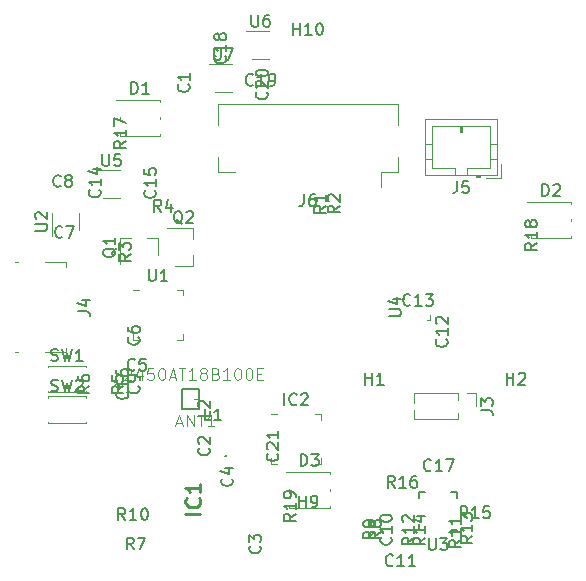
<source format=gbr>
G04 #@! TF.GenerationSoftware,KiCad,Pcbnew,5.1.5-52549c5~84~ubuntu18.04.1*
G04 #@! TF.CreationDate,2019-12-08T01:29:41-05:00*
G04 #@! TF.ProjectId,SwarmBot,53776172-6d42-46f7-942e-6b696361645f,rev?*
G04 #@! TF.SameCoordinates,Original*
G04 #@! TF.FileFunction,Legend,Top*
G04 #@! TF.FilePolarity,Positive*
%FSLAX46Y46*%
G04 Gerber Fmt 4.6, Leading zero omitted, Abs format (unit mm)*
G04 Created by KiCad (PCBNEW 5.1.5-52549c5~84~ubuntu18.04.1) date 2019-12-08 01:29:41*
%MOMM*%
%LPD*%
G04 APERTURE LIST*
%ADD10C,0.120000*%
%ADD11C,0.254000*%
%ADD12C,0.100000*%
%ADD13C,0.127000*%
%ADD14C,0.150000*%
%ADD15C,0.050000*%
G04 APERTURE END LIST*
D10*
X-7862800Y18245600D02*
X-6462800Y18245600D01*
X-6462800Y20565600D02*
X-8362800Y20565600D01*
X-4713200Y21039600D02*
X-3313200Y21039600D01*
X-3313200Y23359600D02*
X-5213200Y23359600D01*
X6160000Y11400000D02*
X6160000Y10200000D01*
X-7650000Y17200000D02*
X-7650000Y15460000D01*
X7650000Y17200000D02*
X-7650000Y17200000D01*
X7650000Y15460000D02*
X7650000Y17200000D01*
X-7650000Y11400000D02*
X-7650000Y12740000D01*
X-6160000Y11400000D02*
X-7650000Y11400000D01*
X7650000Y11400000D02*
X7650000Y12740000D01*
X6160000Y11400000D02*
X7650000Y11400000D01*
X-2651000Y-9066000D02*
X-3126000Y-9066000D01*
X1094000Y-13286000D02*
X1094000Y-12811000D01*
X619000Y-13286000D02*
X1094000Y-13286000D01*
X-3126000Y-13286000D02*
X-3126000Y-12811000D01*
X-2651000Y-13286000D02*
X-3126000Y-13286000D01*
X1094000Y-9066000D02*
X1094000Y-9541000D01*
X619000Y-9066000D02*
X1094000Y-9066000D01*
X1837000Y-14139000D02*
X1837000Y-13984000D01*
X1837000Y-15399000D02*
X1837000Y-15589000D01*
X-1583000Y-16849000D02*
X-1583000Y-17004000D01*
X-1583000Y-15399000D02*
X-1583000Y-15589000D01*
X1837000Y-16849000D02*
X1837000Y-17004000D01*
X-1583000Y-17004000D02*
X1837000Y-17004000D01*
X-1873000Y-13984000D02*
X1837000Y-13984000D01*
X22284000Y8721000D02*
X22284000Y8876000D01*
X22284000Y7461000D02*
X22284000Y7271000D01*
X18864000Y6011000D02*
X18864000Y5856000D01*
X18864000Y7461000D02*
X18864000Y7271000D01*
X22284000Y6011000D02*
X22284000Y5856000D01*
X18864000Y5856000D02*
X22284000Y5856000D01*
X18574000Y8876000D02*
X22284000Y8876000D01*
X-12514000Y17357000D02*
X-12514000Y17512000D01*
X-12514000Y16097000D02*
X-12514000Y15907000D01*
X-15934000Y14647000D02*
X-15934000Y14492000D01*
X-15934000Y16097000D02*
X-15934000Y15907000D01*
X-12514000Y14647000D02*
X-12514000Y14492000D01*
X-15934000Y14492000D02*
X-12514000Y14492000D01*
X-16224000Y17512000D02*
X-12514000Y17512000D01*
X10325000Y-1110000D02*
X10100000Y-1110000D01*
X10325000Y-710000D02*
X10325000Y-1110000D01*
X10325000Y1110000D02*
X10100000Y1110000D01*
X10325000Y710000D02*
X10325000Y1110000D01*
X8105000Y1110000D02*
X8330000Y1110000D01*
X8105000Y710000D02*
X8105000Y1110000D01*
D11*
X-6942280Y-12607900D02*
G75*
G03X-6942280Y-12607900I-37120J0D01*
G01*
D12*
G36*
X-9278620Y-7894320D02*
G01*
X-9659620Y-7894320D01*
X-9659620Y-7767320D01*
X-9278620Y-7767320D01*
X-9278620Y-7894320D01*
G37*
D13*
X-10663620Y-8627320D02*
X-9183620Y-8627320D01*
X-10663620Y-6927320D02*
X-10663620Y-8627320D01*
X-9183620Y-6927320D02*
X-10663620Y-6927320D01*
X-9183620Y-8627320D02*
X-9183620Y-6927320D01*
D10*
X-17337000Y9254000D02*
X-15937000Y9254000D01*
X-15937000Y11574000D02*
X-17837000Y11574000D01*
D14*
X9381000Y-18887600D02*
X9881000Y-18887600D01*
X9381000Y-15637600D02*
X9881000Y-15637600D01*
X12631000Y-15637600D02*
X12131000Y-15637600D01*
X12631000Y-18887600D02*
X12131000Y-18887600D01*
X9381000Y-15637600D02*
X9381000Y-16137600D01*
X12631000Y-15637600D02*
X12631000Y-16137600D01*
X9381000Y-18887600D02*
X9381000Y-18387600D01*
D10*
X-19365500Y6541500D02*
X-19365500Y7941500D01*
X-21685500Y7941500D02*
X-21685500Y6041500D01*
X-14335000Y1475000D02*
X-14810000Y1475000D01*
X-10590000Y-2745000D02*
X-10590000Y-2270000D01*
X-11065000Y-2745000D02*
X-10590000Y-2745000D01*
X-14810000Y-2745000D02*
X-14810000Y-2270000D01*
X-14335000Y-2745000D02*
X-14810000Y-2745000D01*
X-10590000Y1475000D02*
X-10590000Y1000000D01*
X-11065000Y1475000D02*
X-10590000Y1475000D01*
X-22028300Y-9699180D02*
X-22028300Y-9799180D01*
X-18788300Y-9699180D02*
X-18788300Y-9799180D01*
X-22028300Y-9799180D02*
X-18788300Y-9799180D01*
X-22028300Y-7559180D02*
X-22028300Y-7659180D01*
X-18788300Y-7559180D02*
X-18788300Y-7659180D01*
X-22028300Y-7559180D02*
X-18788300Y-7559180D01*
X-22029500Y-7128700D02*
X-22029500Y-7228700D01*
X-18789500Y-7128700D02*
X-18789500Y-7228700D01*
X-22029500Y-7228700D02*
X-18789500Y-7228700D01*
X-22029500Y-4988700D02*
X-22029500Y-5088700D01*
X-18789500Y-4988700D02*
X-18789500Y-5088700D01*
X-22029500Y-4988700D02*
X-18789500Y-4988700D01*
X-9765000Y3500000D02*
X-11225000Y3500000D01*
X-9765000Y6660000D02*
X-11925000Y6660000D01*
X-9765000Y6660000D02*
X-9765000Y5730000D01*
X-9765000Y3500000D02*
X-9765000Y4430000D01*
X-12705000Y5840000D02*
X-12705000Y4380000D01*
X-15865000Y5840000D02*
X-15865000Y3680000D01*
X-15865000Y5840000D02*
X-14935000Y5840000D01*
X-12705000Y5840000D02*
X-13635000Y5840000D01*
X16330000Y10907500D02*
X16330000Y12157500D01*
X15080000Y10907500D02*
X16330000Y10907500D01*
X12970000Y15317500D02*
X12970000Y14817500D01*
X12870000Y14817500D02*
X12870000Y15317500D01*
X13070000Y14817500D02*
X12870000Y14817500D01*
X13070000Y15317500D02*
X13070000Y14817500D01*
X9910000Y13817500D02*
X10520000Y13817500D01*
X9910000Y12517500D02*
X10520000Y12517500D01*
X16030000Y13817500D02*
X15420000Y13817500D01*
X16030000Y12517500D02*
X15420000Y12517500D01*
X12470000Y11817500D02*
X12470000Y11207500D01*
X10520000Y11817500D02*
X12470000Y11817500D01*
X10520000Y15317500D02*
X10520000Y11817500D01*
X15420000Y15317500D02*
X10520000Y15317500D01*
X15420000Y11817500D02*
X15420000Y15317500D01*
X13470000Y11817500D02*
X15420000Y11817500D01*
X13470000Y11207500D02*
X13470000Y11817500D01*
X14270000Y11107500D02*
X14570000Y11107500D01*
X14570000Y11007500D02*
X14570000Y11207500D01*
X14270000Y11007500D02*
X14570000Y11007500D01*
X14270000Y11207500D02*
X14270000Y11007500D01*
X9910000Y11207500D02*
X16030000Y11207500D01*
X9910000Y15927500D02*
X9910000Y11207500D01*
X16030000Y15927500D02*
X9910000Y15927500D01*
X16030000Y11207500D02*
X16030000Y15927500D01*
X-24825000Y3810000D02*
X-24565000Y3810000D01*
X-22285000Y3810000D02*
X-20515000Y3810000D01*
X-20515000Y3810000D02*
X-20515000Y3430000D01*
X-20515000Y-3810000D02*
X-22285000Y-3810000D01*
X-24565000Y-3810000D02*
X-24825000Y-3810000D01*
X-20515000Y-3810000D02*
X-20515000Y-3430000D01*
X14260000Y-7290000D02*
X14260000Y-8400000D01*
X13500000Y-7290000D02*
X14260000Y-7290000D01*
X12740000Y-8963471D02*
X12740000Y-9510000D01*
X12740000Y-7290000D02*
X12740000Y-7836529D01*
X12740000Y-9510000D02*
X8995000Y-9510000D01*
X12740000Y-7290000D02*
X8995000Y-7290000D01*
X8995000Y-8707530D02*
X8995000Y-9510000D01*
X8995000Y-7290000D02*
X8995000Y-8092470D01*
D14*
X-7924704Y21953219D02*
X-7924704Y21143695D01*
X-7877085Y21048457D01*
X-7829466Y21000838D01*
X-7734228Y20953219D01*
X-7543752Y20953219D01*
X-7448514Y21000838D01*
X-7400895Y21048457D01*
X-7353276Y21143695D01*
X-7353276Y21953219D01*
X-6972323Y21953219D02*
X-6305657Y21953219D01*
X-6734228Y20953219D01*
X-4775104Y24747219D02*
X-4775104Y23937695D01*
X-4727485Y23842457D01*
X-4679866Y23794838D01*
X-4584628Y23747219D01*
X-4394152Y23747219D01*
X-4298914Y23794838D01*
X-4251295Y23842457D01*
X-4203676Y23937695D01*
X-4203676Y24747219D01*
X-3298914Y24747219D02*
X-3489390Y24747219D01*
X-3584628Y24699600D01*
X-3632247Y24651980D01*
X-3727485Y24509123D01*
X-3775104Y24318647D01*
X-3775104Y23937695D01*
X-3727485Y23842457D01*
X-3679866Y23794838D01*
X-3584628Y23747219D01*
X-3394152Y23747219D01*
X-3298914Y23794838D01*
X-3251295Y23842457D01*
X-3203676Y23937695D01*
X-3203676Y24175790D01*
X-3251295Y24271028D01*
X-3298914Y24318647D01*
X-3394152Y24366266D01*
X-3584628Y24366266D01*
X-3679866Y24318647D01*
X-3727485Y24271028D01*
X-3775104Y24175790D01*
X-1044619Y-17510857D02*
X-1520809Y-17844190D01*
X-1044619Y-18082285D02*
X-2044619Y-18082285D01*
X-2044619Y-17701333D01*
X-1997000Y-17606095D01*
X-1949380Y-17558476D01*
X-1854142Y-17510857D01*
X-1711285Y-17510857D01*
X-1616047Y-17558476D01*
X-1568428Y-17606095D01*
X-1520809Y-17701333D01*
X-1520809Y-18082285D01*
X-1044619Y-16558476D02*
X-1044619Y-17129904D01*
X-1044619Y-16844190D02*
X-2044619Y-16844190D01*
X-1901761Y-16939428D01*
X-1806523Y-17034666D01*
X-1758904Y-17129904D01*
X-1044619Y-16082285D02*
X-1044619Y-15891809D01*
X-1092238Y-15796571D01*
X-1139857Y-15748952D01*
X-1282714Y-15653714D01*
X-1473190Y-15606095D01*
X-1854142Y-15606095D01*
X-1949380Y-15653714D01*
X-1997000Y-15701333D01*
X-2044619Y-15796571D01*
X-2044619Y-15987047D01*
X-1997000Y-16082285D01*
X-1949380Y-16129904D01*
X-1854142Y-16177523D01*
X-1616047Y-16177523D01*
X-1520809Y-16129904D01*
X-1473190Y-16082285D01*
X-1425571Y-15987047D01*
X-1425571Y-15796571D01*
X-1473190Y-15701333D01*
X-1520809Y-15653714D01*
X-1616047Y-15606095D01*
X19402380Y5430142D02*
X18926190Y5096809D01*
X19402380Y4858714D02*
X18402380Y4858714D01*
X18402380Y5239666D01*
X18450000Y5334904D01*
X18497619Y5382523D01*
X18592857Y5430142D01*
X18735714Y5430142D01*
X18830952Y5382523D01*
X18878571Y5334904D01*
X18926190Y5239666D01*
X18926190Y4858714D01*
X19402380Y6382523D02*
X19402380Y5811095D01*
X19402380Y6096809D02*
X18402380Y6096809D01*
X18545238Y6001571D01*
X18640476Y5906333D01*
X18688095Y5811095D01*
X18830952Y6953952D02*
X18783333Y6858714D01*
X18735714Y6811095D01*
X18640476Y6763476D01*
X18592857Y6763476D01*
X18497619Y6811095D01*
X18450000Y6858714D01*
X18402380Y6953952D01*
X18402380Y7144428D01*
X18450000Y7239666D01*
X18497619Y7287285D01*
X18592857Y7334904D01*
X18640476Y7334904D01*
X18735714Y7287285D01*
X18783333Y7239666D01*
X18830952Y7144428D01*
X18830952Y6953952D01*
X18878571Y6858714D01*
X18926190Y6811095D01*
X19021428Y6763476D01*
X19211904Y6763476D01*
X19307142Y6811095D01*
X19354761Y6858714D01*
X19402380Y6953952D01*
X19402380Y7144428D01*
X19354761Y7239666D01*
X19307142Y7287285D01*
X19211904Y7334904D01*
X19021428Y7334904D01*
X18926190Y7287285D01*
X18878571Y7239666D01*
X18830952Y7144428D01*
X-15395619Y14066142D02*
X-15871809Y13732809D01*
X-15395619Y13494714D02*
X-16395619Y13494714D01*
X-16395619Y13875666D01*
X-16348000Y13970904D01*
X-16300380Y14018523D01*
X-16205142Y14066142D01*
X-16062285Y14066142D01*
X-15967047Y14018523D01*
X-15919428Y13970904D01*
X-15871809Y13875666D01*
X-15871809Y13494714D01*
X-15395619Y15018523D02*
X-15395619Y14447095D01*
X-15395619Y14732809D02*
X-16395619Y14732809D01*
X-16252761Y14637571D01*
X-16157523Y14542333D01*
X-16109904Y14447095D01*
X-16395619Y15351857D02*
X-16395619Y16018523D01*
X-15395619Y15589952D01*
X2685980Y8593933D02*
X2209790Y8260600D01*
X2685980Y8022504D02*
X1685980Y8022504D01*
X1685980Y8403457D01*
X1733600Y8498695D01*
X1781219Y8546314D01*
X1876457Y8593933D01*
X2019314Y8593933D01*
X2114552Y8546314D01*
X2162171Y8498695D01*
X2209790Y8403457D01*
X2209790Y8022504D01*
X1781219Y8974885D02*
X1733600Y9022504D01*
X1685980Y9117742D01*
X1685980Y9355838D01*
X1733600Y9451076D01*
X1781219Y9498695D01*
X1876457Y9546314D01*
X1971695Y9546314D01*
X2114552Y9498695D01*
X2685980Y8927266D01*
X2685980Y9546314D01*
X1517580Y8570933D02*
X1041390Y8237600D01*
X1517580Y7999504D02*
X517580Y7999504D01*
X517580Y8380457D01*
X565200Y8475695D01*
X612819Y8523314D01*
X708057Y8570933D01*
X850914Y8570933D01*
X946152Y8523314D01*
X993771Y8475695D01*
X1041390Y8380457D01*
X1041390Y7999504D01*
X1517580Y9523314D02*
X1517580Y8951885D01*
X1517580Y9237600D02*
X517580Y9237600D01*
X660438Y9142361D01*
X755676Y9047123D01*
X803295Y8951885D01*
X-333333Y9547619D02*
X-333333Y8833333D01*
X-380952Y8690476D01*
X-476190Y8595238D01*
X-619047Y8547619D01*
X-714285Y8547619D01*
X571428Y9547619D02*
X380952Y9547619D01*
X285714Y9500000D01*
X238095Y9452380D01*
X142857Y9309523D01*
X95238Y9119047D01*
X95238Y8738095D01*
X142857Y8642857D01*
X190476Y8595238D01*
X285714Y8547619D01*
X476190Y8547619D01*
X571428Y8595238D01*
X619047Y8642857D01*
X666666Y8738095D01*
X666666Y8976190D01*
X619047Y9071428D01*
X571428Y9119047D01*
X476190Y9166666D01*
X285714Y9166666D01*
X190476Y9119047D01*
X142857Y9071428D01*
X95238Y8976190D01*
X-1992190Y-8308380D02*
X-1992190Y-7308380D01*
X-944571Y-8213142D02*
X-992190Y-8260761D01*
X-1135047Y-8308380D01*
X-1230285Y-8308380D01*
X-1373142Y-8260761D01*
X-1468380Y-8165523D01*
X-1516000Y-8070285D01*
X-1563619Y-7879809D01*
X-1563619Y-7736952D01*
X-1516000Y-7546476D01*
X-1468380Y-7451238D01*
X-1373142Y-7356000D01*
X-1230285Y-7308380D01*
X-1135047Y-7308380D01*
X-992190Y-7356000D01*
X-944571Y-7403619D01*
X-563619Y-7403619D02*
X-516000Y-7356000D01*
X-420761Y-7308380D01*
X-182666Y-7308380D01*
X-87428Y-7356000D01*
X-39809Y-7403619D01*
X7809Y-7498857D01*
X7809Y-7594095D01*
X-39809Y-7736952D01*
X-611238Y-8308380D01*
X7809Y-8308380D01*
X-611095Y-13446380D02*
X-611095Y-12446380D01*
X-373000Y-12446380D01*
X-230142Y-12494000D01*
X-134904Y-12589238D01*
X-87285Y-12684476D01*
X-39666Y-12874952D01*
X-39666Y-13017809D01*
X-87285Y-13208285D01*
X-134904Y-13303523D01*
X-230142Y-13398761D01*
X-373000Y-13446380D01*
X-611095Y-13446380D01*
X293666Y-12446380D02*
X912714Y-12446380D01*
X579380Y-12827333D01*
X722238Y-12827333D01*
X817476Y-12874952D01*
X865095Y-12922571D01*
X912714Y-13017809D01*
X912714Y-13255904D01*
X865095Y-13351142D01*
X817476Y-13398761D01*
X722238Y-13446380D01*
X436523Y-13446380D01*
X341285Y-13398761D01*
X293666Y-13351142D01*
X19835904Y9413619D02*
X19835904Y10413619D01*
X20074000Y10413619D01*
X20216857Y10366000D01*
X20312095Y10270761D01*
X20359714Y10175523D01*
X20407333Y9985047D01*
X20407333Y9842190D01*
X20359714Y9651714D01*
X20312095Y9556476D01*
X20216857Y9461238D01*
X20074000Y9413619D01*
X19835904Y9413619D01*
X20788285Y10318380D02*
X20835904Y10366000D01*
X20931142Y10413619D01*
X21169238Y10413619D01*
X21264476Y10366000D01*
X21312095Y10318380D01*
X21359714Y10223142D01*
X21359714Y10127904D01*
X21312095Y9985047D01*
X20740666Y9413619D01*
X21359714Y9413619D01*
X-14962095Y18049619D02*
X-14962095Y19049619D01*
X-14724000Y19049619D01*
X-14581142Y19002000D01*
X-14485904Y18906761D01*
X-14438285Y18811523D01*
X-14390666Y18621047D01*
X-14390666Y18478190D01*
X-14438285Y18287714D01*
X-14485904Y18192476D01*
X-14581142Y18097238D01*
X-14724000Y18049619D01*
X-14962095Y18049619D01*
X-13438285Y18049619D02*
X-14009714Y18049619D01*
X-13724000Y18049619D02*
X-13724000Y19049619D01*
X-13819238Y18906761D01*
X-13914476Y18811523D01*
X-14009714Y18763904D01*
X-2587657Y-12405457D02*
X-2540038Y-12453076D01*
X-2492419Y-12595933D01*
X-2492419Y-12691171D01*
X-2540038Y-12834028D01*
X-2635276Y-12929266D01*
X-2730514Y-12976885D01*
X-2920990Y-13024504D01*
X-3063847Y-13024504D01*
X-3254323Y-12976885D01*
X-3349561Y-12929266D01*
X-3444800Y-12834028D01*
X-3492419Y-12691171D01*
X-3492419Y-12595933D01*
X-3444800Y-12453076D01*
X-3397180Y-12405457D01*
X-3397180Y-12024504D02*
X-3444800Y-11976885D01*
X-3492419Y-11881647D01*
X-3492419Y-11643552D01*
X-3444800Y-11548314D01*
X-3397180Y-11500695D01*
X-3301942Y-11453076D01*
X-3206704Y-11453076D01*
X-3063847Y-11500695D01*
X-2492419Y-12072123D01*
X-2492419Y-11453076D01*
X-2492419Y-10500695D02*
X-2492419Y-11072123D01*
X-2492419Y-10786409D02*
X-3492419Y-10786409D01*
X-3349561Y-10881647D01*
X-3254323Y-10976885D01*
X-3206704Y-11072123D01*
X-3502057Y18203942D02*
X-3454438Y18156323D01*
X-3406819Y18013466D01*
X-3406819Y17918228D01*
X-3454438Y17775371D01*
X-3549676Y17680133D01*
X-3644914Y17632514D01*
X-3835390Y17584895D01*
X-3978247Y17584895D01*
X-4168723Y17632514D01*
X-4263961Y17680133D01*
X-4359200Y17775371D01*
X-4406819Y17918228D01*
X-4406819Y18013466D01*
X-4359200Y18156323D01*
X-4311580Y18203942D01*
X-4311580Y18584895D02*
X-4359200Y18632514D01*
X-4406819Y18727752D01*
X-4406819Y18965847D01*
X-4359200Y19061085D01*
X-4311580Y19108704D01*
X-4216342Y19156323D01*
X-4121104Y19156323D01*
X-3978247Y19108704D01*
X-3406819Y18537276D01*
X-3406819Y19156323D01*
X-4406819Y19775371D02*
X-4406819Y19870609D01*
X-4359200Y19965847D01*
X-4311580Y20013466D01*
X-4216342Y20061085D01*
X-4025866Y20108704D01*
X-3787771Y20108704D01*
X-3597295Y20061085D01*
X-3502057Y20013466D01*
X-3454438Y19965847D01*
X-3406819Y19870609D01*
X-3406819Y19775371D01*
X-3454438Y19680133D01*
X-3502057Y19632514D01*
X-3597295Y19584895D01*
X-3787771Y19537276D01*
X-4025866Y19537276D01*
X-4216342Y19584895D01*
X-4311580Y19632514D01*
X-4359200Y19680133D01*
X-4406819Y19775371D01*
X-4656057Y18843657D02*
X-4703676Y18796038D01*
X-4846533Y18748419D01*
X-4941771Y18748419D01*
X-5084628Y18796038D01*
X-5179866Y18891276D01*
X-5227485Y18986514D01*
X-5275104Y19176990D01*
X-5275104Y19319847D01*
X-5227485Y19510323D01*
X-5179866Y19605561D01*
X-5084628Y19700800D01*
X-4941771Y19748419D01*
X-4846533Y19748419D01*
X-4703676Y19700800D01*
X-4656057Y19653180D01*
X-3703676Y18748419D02*
X-4275104Y18748419D01*
X-3989390Y18748419D02*
X-3989390Y19748419D01*
X-4084628Y19605561D01*
X-4179866Y19510323D01*
X-4275104Y19462704D01*
X-3227485Y18748419D02*
X-3037009Y18748419D01*
X-2941771Y18796038D01*
X-2894152Y18843657D01*
X-2798914Y18986514D01*
X-2751295Y19176990D01*
X-2751295Y19557942D01*
X-2798914Y19653180D01*
X-2846533Y19700800D01*
X-2941771Y19748419D01*
X-3132247Y19748419D01*
X-3227485Y19700800D01*
X-3275104Y19653180D01*
X-3322723Y19557942D01*
X-3322723Y19319847D01*
X-3275104Y19224609D01*
X-3227485Y19176990D01*
X-3132247Y19129371D01*
X-2941771Y19129371D01*
X-2846533Y19176990D01*
X-2798914Y19224609D01*
X-2751295Y19319847D01*
X-7010457Y21274942D02*
X-6962838Y21227323D01*
X-6915219Y21084466D01*
X-6915219Y20989228D01*
X-6962838Y20846371D01*
X-7058076Y20751133D01*
X-7153314Y20703514D01*
X-7343790Y20655895D01*
X-7486647Y20655895D01*
X-7677123Y20703514D01*
X-7772361Y20751133D01*
X-7867600Y20846371D01*
X-7915219Y20989228D01*
X-7915219Y21084466D01*
X-7867600Y21227323D01*
X-7819980Y21274942D01*
X-6915219Y22227323D02*
X-6915219Y21655895D01*
X-6915219Y21941609D02*
X-7915219Y21941609D01*
X-7772361Y21846371D01*
X-7677123Y21751133D01*
X-7629504Y21655895D01*
X-7486647Y22798752D02*
X-7534266Y22703514D01*
X-7581885Y22655895D01*
X-7677123Y22608276D01*
X-7724742Y22608276D01*
X-7819980Y22655895D01*
X-7867600Y22703514D01*
X-7915219Y22798752D01*
X-7915219Y22989228D01*
X-7867600Y23084466D01*
X-7819980Y23132085D01*
X-7724742Y23179704D01*
X-7677123Y23179704D01*
X-7581885Y23132085D01*
X-7534266Y23084466D01*
X-7486647Y22989228D01*
X-7486647Y22798752D01*
X-7439028Y22703514D01*
X-7391409Y22655895D01*
X-7296171Y22608276D01*
X-7105695Y22608276D01*
X-7010457Y22655895D01*
X-6962838Y22703514D01*
X-6915219Y22798752D01*
X-6915219Y22989228D01*
X-6962838Y23084466D01*
X-7010457Y23132085D01*
X-7105695Y23179704D01*
X-7296171Y23179704D01*
X-7391409Y23132085D01*
X-7439028Y23084466D01*
X-7486647Y22989228D01*
X-10109257Y18855533D02*
X-10061638Y18807914D01*
X-10014019Y18665057D01*
X-10014019Y18569819D01*
X-10061638Y18426961D01*
X-10156876Y18331723D01*
X-10252114Y18284104D01*
X-10442590Y18236485D01*
X-10585447Y18236485D01*
X-10775923Y18284104D01*
X-10871161Y18331723D01*
X-10966400Y18426961D01*
X-11014019Y18569819D01*
X-11014019Y18665057D01*
X-10966400Y18807914D01*
X-10918780Y18855533D01*
X-10014019Y19807914D02*
X-10014019Y19236485D01*
X-10014019Y19522200D02*
X-11014019Y19522200D01*
X-10871161Y19426961D01*
X-10775923Y19331723D01*
X-10728304Y19236485D01*
X6867380Y-761904D02*
X7676904Y-761904D01*
X7772142Y-714285D01*
X7819761Y-666666D01*
X7867380Y-571428D01*
X7867380Y-380952D01*
X7819761Y-285714D01*
X7772142Y-238095D01*
X7676904Y-190476D01*
X6867380Y-190476D01*
X7200714Y714285D02*
X7867380Y714285D01*
X6819761Y476190D02*
X7534047Y238095D01*
X7534047Y857142D01*
X7355742Y-15284380D02*
X7022409Y-14808190D01*
X6784314Y-15284380D02*
X6784314Y-14284380D01*
X7165266Y-14284380D01*
X7260504Y-14332000D01*
X7308123Y-14379619D01*
X7355742Y-14474857D01*
X7355742Y-14617714D01*
X7308123Y-14712952D01*
X7260504Y-14760571D01*
X7165266Y-14808190D01*
X6784314Y-14808190D01*
X8308123Y-15284380D02*
X7736695Y-15284380D01*
X8022409Y-15284380D02*
X8022409Y-14284380D01*
X7927171Y-14427238D01*
X7831933Y-14522476D01*
X7736695Y-14570095D01*
X9165266Y-14284380D02*
X8974790Y-14284380D01*
X8879552Y-14332000D01*
X8831933Y-14379619D01*
X8736695Y-14522476D01*
X8689076Y-14712952D01*
X8689076Y-15093904D01*
X8736695Y-15189142D01*
X8784314Y-15236761D01*
X8879552Y-15284380D01*
X9070028Y-15284380D01*
X9165266Y-15236761D01*
X9212885Y-15189142D01*
X9260504Y-15093904D01*
X9260504Y-14855809D01*
X9212885Y-14760571D01*
X9165266Y-14712952D01*
X9070028Y-14665333D01*
X8879552Y-14665333D01*
X8784314Y-14712952D01*
X8736695Y-14760571D01*
X8689076Y-14855809D01*
X13507342Y-17878380D02*
X13174009Y-17402190D01*
X12935914Y-17878380D02*
X12935914Y-16878380D01*
X13316866Y-16878380D01*
X13412104Y-16926000D01*
X13459723Y-16973619D01*
X13507342Y-17068857D01*
X13507342Y-17211714D01*
X13459723Y-17306952D01*
X13412104Y-17354571D01*
X13316866Y-17402190D01*
X12935914Y-17402190D01*
X14459723Y-17878380D02*
X13888295Y-17878380D01*
X14174009Y-17878380D02*
X14174009Y-16878380D01*
X14078771Y-17021238D01*
X13983533Y-17116476D01*
X13888295Y-17164095D01*
X15364485Y-16878380D02*
X14888295Y-16878380D01*
X14840676Y-17354571D01*
X14888295Y-17306952D01*
X14983533Y-17259333D01*
X15221628Y-17259333D01*
X15316866Y-17306952D01*
X15364485Y-17354571D01*
X15412104Y-17449809D01*
X15412104Y-17687904D01*
X15364485Y-17783142D01*
X15316866Y-17830761D01*
X15221628Y-17878380D01*
X14983533Y-17878380D01*
X14888295Y-17830761D01*
X14840676Y-17783142D01*
X-8279199Y-8766966D02*
X-8279199Y-9243157D01*
X-9279199Y-9243157D01*
X-9183960Y-8481252D02*
X-9231580Y-8433633D01*
X-9279199Y-8338395D01*
X-9279199Y-8100300D01*
X-9231580Y-8005061D01*
X-9183960Y-7957442D01*
X-9088722Y-7909823D01*
X-8993484Y-7909823D01*
X-8850627Y-7957442D01*
X-8279199Y-8528871D01*
X-8279199Y-7909823D01*
D11*
X-9097876Y-17497661D02*
X-10367876Y-17497661D01*
X-9218828Y-16167185D02*
X-9158352Y-16227661D01*
X-9097876Y-16409090D01*
X-9097876Y-16530042D01*
X-9158352Y-16711471D01*
X-9279304Y-16832423D01*
X-9400257Y-16892900D01*
X-9642161Y-16953376D01*
X-9823590Y-16953376D01*
X-10065495Y-16892900D01*
X-10186447Y-16832423D01*
X-10307400Y-16711471D01*
X-10367876Y-16530042D01*
X-10367876Y-16409090D01*
X-10307400Y-16227661D01*
X-10246923Y-16167185D01*
X-9097876Y-14957661D02*
X-9097876Y-15683376D01*
X-9097876Y-15320519D02*
X-10367876Y-15320519D01*
X-10186447Y-15441471D01*
X-10065495Y-15562423D01*
X-10005019Y-15683376D01*
D15*
X-11152667Y-9818986D02*
X-10676477Y-9818986D01*
X-11247905Y-10104700D02*
X-10914572Y-9104700D01*
X-10581239Y-10104700D01*
X-10247905Y-10104700D02*
X-10247905Y-9104700D01*
X-9676477Y-10104700D01*
X-9676477Y-9104700D01*
X-9343143Y-9104700D02*
X-8771715Y-9104700D01*
X-9057429Y-10104700D02*
X-9057429Y-9104700D01*
X-7914572Y-10104700D02*
X-8486000Y-10104700D01*
X-8200286Y-10104700D02*
X-8200286Y-9104700D01*
X-8295524Y-9247558D01*
X-8390762Y-9342796D01*
X-8486000Y-9390415D01*
X-15505762Y-5259939D02*
X-15458143Y-5212320D01*
X-15362905Y-5164700D01*
X-15124810Y-5164700D01*
X-15029572Y-5212320D01*
X-14981953Y-5259939D01*
X-14934334Y-5355177D01*
X-14934334Y-5450415D01*
X-14981953Y-5593272D01*
X-15553381Y-6164700D01*
X-14934334Y-6164700D01*
X-14077191Y-5498034D02*
X-14077191Y-6164700D01*
X-14315286Y-5117081D02*
X-14553381Y-5831367D01*
X-13934334Y-5831367D01*
X-13077191Y-5164700D02*
X-13553381Y-5164700D01*
X-13601000Y-5640891D01*
X-13553381Y-5593272D01*
X-13458143Y-5545653D01*
X-13220048Y-5545653D01*
X-13124810Y-5593272D01*
X-13077191Y-5640891D01*
X-13029572Y-5736129D01*
X-13029572Y-5974224D01*
X-13077191Y-6069462D01*
X-13124810Y-6117081D01*
X-13220048Y-6164700D01*
X-13458143Y-6164700D01*
X-13553381Y-6117081D01*
X-13601000Y-6069462D01*
X-12410524Y-5164700D02*
X-12315286Y-5164700D01*
X-12220048Y-5212320D01*
X-12172429Y-5259939D01*
X-12124810Y-5355177D01*
X-12077191Y-5545653D01*
X-12077191Y-5783748D01*
X-12124810Y-5974224D01*
X-12172429Y-6069462D01*
X-12220048Y-6117081D01*
X-12315286Y-6164700D01*
X-12410524Y-6164700D01*
X-12505762Y-6117081D01*
X-12553381Y-6069462D01*
X-12601000Y-5974224D01*
X-12648620Y-5783748D01*
X-12648620Y-5545653D01*
X-12601000Y-5355177D01*
X-12553381Y-5259939D01*
X-12505762Y-5212320D01*
X-12410524Y-5164700D01*
X-11696239Y-5878986D02*
X-11220048Y-5878986D01*
X-11791477Y-6164700D02*
X-11458143Y-5164700D01*
X-11124810Y-6164700D01*
X-10934334Y-5164700D02*
X-10362905Y-5164700D01*
X-10648620Y-6164700D02*
X-10648620Y-5164700D01*
X-9505762Y-6164700D02*
X-10077191Y-6164700D01*
X-9791477Y-6164700D02*
X-9791477Y-5164700D01*
X-9886715Y-5307558D01*
X-9981953Y-5402796D01*
X-10077191Y-5450415D01*
X-8934334Y-5593272D02*
X-9029572Y-5545653D01*
X-9077191Y-5498034D01*
X-9124810Y-5402796D01*
X-9124810Y-5355177D01*
X-9077191Y-5259939D01*
X-9029572Y-5212320D01*
X-8934334Y-5164700D01*
X-8743858Y-5164700D01*
X-8648620Y-5212320D01*
X-8601000Y-5259939D01*
X-8553381Y-5355177D01*
X-8553381Y-5402796D01*
X-8601000Y-5498034D01*
X-8648620Y-5545653D01*
X-8743858Y-5593272D01*
X-8934334Y-5593272D01*
X-9029572Y-5640891D01*
X-9077191Y-5688510D01*
X-9124810Y-5783748D01*
X-9124810Y-5974224D01*
X-9077191Y-6069462D01*
X-9029572Y-6117081D01*
X-8934334Y-6164700D01*
X-8743858Y-6164700D01*
X-8648620Y-6117081D01*
X-8601000Y-6069462D01*
X-8553381Y-5974224D01*
X-8553381Y-5783748D01*
X-8601000Y-5688510D01*
X-8648620Y-5640891D01*
X-8743858Y-5593272D01*
X-7791477Y-5640891D02*
X-7648620Y-5688510D01*
X-7601000Y-5736129D01*
X-7553381Y-5831367D01*
X-7553381Y-5974224D01*
X-7601000Y-6069462D01*
X-7648620Y-6117081D01*
X-7743858Y-6164700D01*
X-8124810Y-6164700D01*
X-8124810Y-5164700D01*
X-7791477Y-5164700D01*
X-7696239Y-5212320D01*
X-7648620Y-5259939D01*
X-7601000Y-5355177D01*
X-7601000Y-5450415D01*
X-7648620Y-5545653D01*
X-7696239Y-5593272D01*
X-7791477Y-5640891D01*
X-8124810Y-5640891D01*
X-6601000Y-6164700D02*
X-7172429Y-6164700D01*
X-6886715Y-6164700D02*
X-6886715Y-5164700D01*
X-6981953Y-5307558D01*
X-7077191Y-5402796D01*
X-7172429Y-5450415D01*
X-5981953Y-5164700D02*
X-5886715Y-5164700D01*
X-5791477Y-5212320D01*
X-5743858Y-5259939D01*
X-5696239Y-5355177D01*
X-5648620Y-5545653D01*
X-5648620Y-5783748D01*
X-5696239Y-5974224D01*
X-5743858Y-6069462D01*
X-5791477Y-6117081D01*
X-5886715Y-6164700D01*
X-5981953Y-6164700D01*
X-6077191Y-6117081D01*
X-6124810Y-6069462D01*
X-6172429Y-5974224D01*
X-6220048Y-5783748D01*
X-6220048Y-5545653D01*
X-6172429Y-5355177D01*
X-6124810Y-5259939D01*
X-6077191Y-5212320D01*
X-5981953Y-5164700D01*
X-5029572Y-5164700D02*
X-4934334Y-5164700D01*
X-4839096Y-5212320D01*
X-4791477Y-5259939D01*
X-4743858Y-5355177D01*
X-4696239Y-5545653D01*
X-4696239Y-5783748D01*
X-4743858Y-5974224D01*
X-4791477Y-6069462D01*
X-4839096Y-6117081D01*
X-4934334Y-6164700D01*
X-5029572Y-6164700D01*
X-5124810Y-6117081D01*
X-5172429Y-6069462D01*
X-5220048Y-5974224D01*
X-5267667Y-5783748D01*
X-5267667Y-5545653D01*
X-5220048Y-5355177D01*
X-5172429Y-5259939D01*
X-5124810Y-5212320D01*
X-5029572Y-5164700D01*
X-4267667Y-5640891D02*
X-3934334Y-5640891D01*
X-3791477Y-6164700D02*
X-4267667Y-6164700D01*
X-4267667Y-5164700D01*
X-3791477Y-5164700D01*
D14*
X-17398904Y12961619D02*
X-17398904Y12152095D01*
X-17351285Y12056857D01*
X-17303666Y12009238D01*
X-17208428Y11961619D01*
X-17017952Y11961619D01*
X-16922714Y12009238D01*
X-16875095Y12056857D01*
X-16827476Y12152095D01*
X-16827476Y12961619D01*
X-15875095Y12961619D02*
X-16351285Y12961619D01*
X-16398904Y12485428D01*
X-16351285Y12533047D01*
X-16256047Y12580666D01*
X-16017952Y12580666D01*
X-15922714Y12533047D01*
X-15875095Y12485428D01*
X-15827476Y12390190D01*
X-15827476Y12152095D01*
X-15875095Y12056857D01*
X-15922714Y12009238D01*
X-16017952Y11961619D01*
X-16256047Y11961619D01*
X-16351285Y12009238D01*
X-16398904Y12056857D01*
X10244095Y-19564980D02*
X10244095Y-20374504D01*
X10291714Y-20469742D01*
X10339333Y-20517361D01*
X10434571Y-20564980D01*
X10625047Y-20564980D01*
X10720285Y-20517361D01*
X10767904Y-20469742D01*
X10815523Y-20374504D01*
X10815523Y-19564980D01*
X11196476Y-19564980D02*
X11815523Y-19564980D01*
X11482190Y-19945933D01*
X11625047Y-19945933D01*
X11720285Y-19993552D01*
X11767904Y-20041171D01*
X11815523Y-20136409D01*
X11815523Y-20374504D01*
X11767904Y-20469742D01*
X11720285Y-20517361D01*
X11625047Y-20564980D01*
X11339333Y-20564980D01*
X11244095Y-20517361D01*
X11196476Y-20469742D01*
X-23073119Y6479595D02*
X-22263595Y6479595D01*
X-22168357Y6527214D01*
X-22120738Y6574833D01*
X-22073119Y6670071D01*
X-22073119Y6860547D01*
X-22120738Y6955785D01*
X-22168357Y7003404D01*
X-22263595Y7051023D01*
X-23073119Y7051023D01*
X-22977880Y7479595D02*
X-23025500Y7527214D01*
X-23073119Y7622452D01*
X-23073119Y7860547D01*
X-23025500Y7955785D01*
X-22977880Y8003404D01*
X-22882642Y8051023D01*
X-22787404Y8051023D01*
X-22644547Y8003404D01*
X-22073119Y7431976D01*
X-22073119Y8051023D01*
X-13461904Y3212619D02*
X-13461904Y2403095D01*
X-13414285Y2307857D01*
X-13366666Y2260238D01*
X-13271428Y2212619D01*
X-13080952Y2212619D01*
X-12985714Y2260238D01*
X-12938095Y2307857D01*
X-12890476Y2403095D01*
X-12890476Y3212619D01*
X-11890476Y2212619D02*
X-12461904Y2212619D01*
X-12176190Y2212619D02*
X-12176190Y3212619D01*
X-12271428Y3069761D01*
X-12366666Y2974523D01*
X-12461904Y2926904D01*
X-21741633Y-7083941D02*
X-21598776Y-7131560D01*
X-21360680Y-7131560D01*
X-21265442Y-7083941D01*
X-21217823Y-7036322D01*
X-21170204Y-6941084D01*
X-21170204Y-6845846D01*
X-21217823Y-6750608D01*
X-21265442Y-6702989D01*
X-21360680Y-6655370D01*
X-21551157Y-6607751D01*
X-21646395Y-6560132D01*
X-21694014Y-6512513D01*
X-21741633Y-6417275D01*
X-21741633Y-6322037D01*
X-21694014Y-6226799D01*
X-21646395Y-6179180D01*
X-21551157Y-6131560D01*
X-21313061Y-6131560D01*
X-21170204Y-6179180D01*
X-20836871Y-6131560D02*
X-20598776Y-7131560D01*
X-20408300Y-6417275D01*
X-20217823Y-7131560D01*
X-19979728Y-6131560D01*
X-19646395Y-6226799D02*
X-19598776Y-6179180D01*
X-19503538Y-6131560D01*
X-19265442Y-6131560D01*
X-19170204Y-6179180D01*
X-19122585Y-6226799D01*
X-19074966Y-6322037D01*
X-19074966Y-6417275D01*
X-19122585Y-6560132D01*
X-19694014Y-7131560D01*
X-19074966Y-7131560D01*
X-21742833Y-4513461D02*
X-21599976Y-4561080D01*
X-21361880Y-4561080D01*
X-21266642Y-4513461D01*
X-21219023Y-4465842D01*
X-21171404Y-4370604D01*
X-21171404Y-4275366D01*
X-21219023Y-4180128D01*
X-21266642Y-4132509D01*
X-21361880Y-4084890D01*
X-21552357Y-4037271D01*
X-21647595Y-3989652D01*
X-21695214Y-3942033D01*
X-21742833Y-3846795D01*
X-21742833Y-3751557D01*
X-21695214Y-3656319D01*
X-21647595Y-3608700D01*
X-21552357Y-3561080D01*
X-21314261Y-3561080D01*
X-21171404Y-3608700D01*
X-20838071Y-3561080D02*
X-20599976Y-4561080D01*
X-20409500Y-3846795D01*
X-20219023Y-4561080D01*
X-19980928Y-3561080D01*
X-19076166Y-4561080D02*
X-19647595Y-4561080D01*
X-19361880Y-4561080D02*
X-19361880Y-3561080D01*
X-19457119Y-3703938D01*
X-19552357Y-3799176D01*
X-19647595Y-3846795D01*
X9928180Y-19512657D02*
X9451990Y-19845990D01*
X9928180Y-20084085D02*
X8928180Y-20084085D01*
X8928180Y-19703133D01*
X8975800Y-19607895D01*
X9023419Y-19560276D01*
X9118657Y-19512657D01*
X9261514Y-19512657D01*
X9356752Y-19560276D01*
X9404371Y-19607895D01*
X9451990Y-19703133D01*
X9451990Y-20084085D01*
X9928180Y-18560276D02*
X9928180Y-19131704D01*
X9928180Y-18845990D02*
X8928180Y-18845990D01*
X9071038Y-18941228D01*
X9166276Y-19036466D01*
X9213895Y-19131704D01*
X9261514Y-17703133D02*
X9928180Y-17703133D01*
X8880561Y-17941228D02*
X9594847Y-18179323D01*
X9594847Y-17560276D01*
X13938180Y-19360257D02*
X13461990Y-19693590D01*
X13938180Y-19931685D02*
X12938180Y-19931685D01*
X12938180Y-19550733D01*
X12985800Y-19455495D01*
X13033419Y-19407876D01*
X13128657Y-19360257D01*
X13271514Y-19360257D01*
X13366752Y-19407876D01*
X13414371Y-19455495D01*
X13461990Y-19550733D01*
X13461990Y-19931685D01*
X13938180Y-18407876D02*
X13938180Y-18979304D01*
X13938180Y-18693590D02*
X12938180Y-18693590D01*
X13081038Y-18788828D01*
X13176276Y-18884066D01*
X13223895Y-18979304D01*
X12938180Y-18074542D02*
X12938180Y-17455495D01*
X13319133Y-17788828D01*
X13319133Y-17645971D01*
X13366752Y-17550733D01*
X13414371Y-17503114D01*
X13509609Y-17455495D01*
X13747704Y-17455495D01*
X13842942Y-17503114D01*
X13890561Y-17550733D01*
X13938180Y-17645971D01*
X13938180Y-17931685D01*
X13890561Y-18026923D01*
X13842942Y-18074542D01*
X8988380Y-19517457D02*
X8512190Y-19850790D01*
X8988380Y-20088885D02*
X7988380Y-20088885D01*
X7988380Y-19707933D01*
X8036000Y-19612695D01*
X8083619Y-19565076D01*
X8178857Y-19517457D01*
X8321714Y-19517457D01*
X8416952Y-19565076D01*
X8464571Y-19612695D01*
X8512190Y-19707933D01*
X8512190Y-20088885D01*
X8988380Y-18565076D02*
X8988380Y-19136504D01*
X8988380Y-18850790D02*
X7988380Y-18850790D01*
X8131238Y-18946028D01*
X8226476Y-19041266D01*
X8274095Y-19136504D01*
X8083619Y-18184123D02*
X8036000Y-18136504D01*
X7988380Y-18041266D01*
X7988380Y-17803171D01*
X8036000Y-17707933D01*
X8083619Y-17660314D01*
X8178857Y-17612695D01*
X8274095Y-17612695D01*
X8416952Y-17660314D01*
X8988380Y-18231742D01*
X8988380Y-17612695D01*
X12947580Y-19718257D02*
X12471390Y-20051590D01*
X12947580Y-20289685D02*
X11947580Y-20289685D01*
X11947580Y-19908733D01*
X11995200Y-19813495D01*
X12042819Y-19765876D01*
X12138057Y-19718257D01*
X12280914Y-19718257D01*
X12376152Y-19765876D01*
X12423771Y-19813495D01*
X12471390Y-19908733D01*
X12471390Y-20289685D01*
X12947580Y-18765876D02*
X12947580Y-19337304D01*
X12947580Y-19051590D02*
X11947580Y-19051590D01*
X12090438Y-19146828D01*
X12185676Y-19242066D01*
X12233295Y-19337304D01*
X12947580Y-17813495D02*
X12947580Y-18384923D01*
X12947580Y-18099209D02*
X11947580Y-18099209D01*
X12090438Y-18194447D01*
X12185676Y-18289685D01*
X12233295Y-18384923D01*
X-15463757Y-18018080D02*
X-15797090Y-17541890D01*
X-16035185Y-18018080D02*
X-16035185Y-17018080D01*
X-15654233Y-17018080D01*
X-15558995Y-17065700D01*
X-15511376Y-17113319D01*
X-15463757Y-17208557D01*
X-15463757Y-17351414D01*
X-15511376Y-17446652D01*
X-15558995Y-17494271D01*
X-15654233Y-17541890D01*
X-16035185Y-17541890D01*
X-14511376Y-18018080D02*
X-15082804Y-18018080D01*
X-14797090Y-18018080D02*
X-14797090Y-17018080D01*
X-14892328Y-17160938D01*
X-14987566Y-17256176D01*
X-15082804Y-17303795D01*
X-13892328Y-17018080D02*
X-13797090Y-17018080D01*
X-13701852Y-17065700D01*
X-13654233Y-17113319D01*
X-13606614Y-17208557D01*
X-13558995Y-17399033D01*
X-13558995Y-17637128D01*
X-13606614Y-17827604D01*
X-13654233Y-17922842D01*
X-13701852Y-17970461D01*
X-13797090Y-18018080D01*
X-13892328Y-18018080D01*
X-13987566Y-17970461D01*
X-14035185Y-17922842D01*
X-14082804Y-17827604D01*
X-14130423Y-17637128D01*
X-14130423Y-17399033D01*
X-14082804Y-17208557D01*
X-14035185Y-17113319D01*
X-13987566Y-17065700D01*
X-13892328Y-17018080D01*
X5708580Y-19011066D02*
X5232390Y-19344400D01*
X5708580Y-19582495D02*
X4708580Y-19582495D01*
X4708580Y-19201542D01*
X4756200Y-19106304D01*
X4803819Y-19058685D01*
X4899057Y-19011066D01*
X5041914Y-19011066D01*
X5137152Y-19058685D01*
X5184771Y-19106304D01*
X5232390Y-19201542D01*
X5232390Y-19582495D01*
X5708580Y-18534876D02*
X5708580Y-18344400D01*
X5660961Y-18249161D01*
X5613342Y-18201542D01*
X5470485Y-18106304D01*
X5280009Y-18058685D01*
X4899057Y-18058685D01*
X4803819Y-18106304D01*
X4756200Y-18153923D01*
X4708580Y-18249161D01*
X4708580Y-18439638D01*
X4756200Y-18534876D01*
X4803819Y-18582495D01*
X4899057Y-18630114D01*
X5137152Y-18630114D01*
X5232390Y-18582495D01*
X5280009Y-18534876D01*
X5327628Y-18439638D01*
X5327628Y-18249161D01*
X5280009Y-18153923D01*
X5232390Y-18106304D01*
X5137152Y-18058685D01*
X6168980Y-19015866D02*
X5692790Y-19349200D01*
X6168980Y-19587295D02*
X5168980Y-19587295D01*
X5168980Y-19206342D01*
X5216600Y-19111104D01*
X5264219Y-19063485D01*
X5359457Y-19015866D01*
X5502314Y-19015866D01*
X5597552Y-19063485D01*
X5645171Y-19111104D01*
X5692790Y-19206342D01*
X5692790Y-19587295D01*
X5597552Y-18444438D02*
X5549933Y-18539676D01*
X5502314Y-18587295D01*
X5407076Y-18634914D01*
X5359457Y-18634914D01*
X5264219Y-18587295D01*
X5216600Y-18539676D01*
X5168980Y-18444438D01*
X5168980Y-18253961D01*
X5216600Y-18158723D01*
X5264219Y-18111104D01*
X5359457Y-18063485D01*
X5407076Y-18063485D01*
X5502314Y-18111104D01*
X5549933Y-18158723D01*
X5597552Y-18253961D01*
X5597552Y-18444438D01*
X5645171Y-18539676D01*
X5692790Y-18587295D01*
X5788028Y-18634914D01*
X5978504Y-18634914D01*
X6073742Y-18587295D01*
X6121361Y-18539676D01*
X6168980Y-18444438D01*
X6168980Y-18253961D01*
X6121361Y-18158723D01*
X6073742Y-18111104D01*
X5978504Y-18063485D01*
X5788028Y-18063485D01*
X5692790Y-18111104D01*
X5645171Y-18158723D01*
X5597552Y-18253961D01*
X-14756566Y-20507280D02*
X-15089900Y-20031090D01*
X-15327995Y-20507280D02*
X-15327995Y-19507280D01*
X-14947042Y-19507280D01*
X-14851804Y-19554900D01*
X-14804185Y-19602519D01*
X-14756566Y-19697757D01*
X-14756566Y-19840614D01*
X-14804185Y-19935852D01*
X-14851804Y-19983471D01*
X-14947042Y-20031090D01*
X-15327995Y-20031090D01*
X-14423233Y-19507280D02*
X-13756566Y-19507280D01*
X-14185138Y-20507280D01*
X-18489999Y-6676686D02*
X-18966189Y-7010020D01*
X-18489999Y-7248115D02*
X-19489999Y-7248115D01*
X-19489999Y-6867162D01*
X-19442380Y-6771924D01*
X-19394760Y-6724305D01*
X-19299522Y-6676686D01*
X-19156665Y-6676686D01*
X-19061427Y-6724305D01*
X-19013808Y-6771924D01*
X-18966189Y-6867162D01*
X-18966189Y-7248115D01*
X-19489999Y-5819543D02*
X-19489999Y-6010020D01*
X-19442380Y-6105258D01*
X-19394760Y-6152877D01*
X-19251903Y-6248115D01*
X-19061427Y-6295734D01*
X-18680475Y-6295734D01*
X-18585237Y-6248115D01*
X-18537618Y-6200496D01*
X-18489999Y-6105258D01*
X-18489999Y-5914781D01*
X-18537618Y-5819543D01*
X-18585237Y-5771924D01*
X-18680475Y-5724305D01*
X-18918570Y-5724305D01*
X-19013808Y-5771924D01*
X-19061427Y-5819543D01*
X-19109046Y-5914781D01*
X-19109046Y-6105258D01*
X-19061427Y-6200496D01*
X-19013808Y-6248115D01*
X-18918570Y-6295734D01*
X-15622339Y-6689246D02*
X-16098529Y-7022580D01*
X-15622339Y-7260675D02*
X-16622339Y-7260675D01*
X-16622339Y-6879722D01*
X-16574720Y-6784484D01*
X-16527100Y-6736865D01*
X-16431862Y-6689246D01*
X-16289005Y-6689246D01*
X-16193767Y-6736865D01*
X-16146148Y-6784484D01*
X-16098529Y-6879722D01*
X-16098529Y-7260675D01*
X-16622339Y-5784484D02*
X-16622339Y-6260675D01*
X-16146148Y-6308294D01*
X-16193767Y-6260675D01*
X-16241386Y-6165437D01*
X-16241386Y-5927341D01*
X-16193767Y-5832103D01*
X-16146148Y-5784484D01*
X-16050910Y-5736865D01*
X-15812815Y-5736865D01*
X-15717577Y-5784484D01*
X-15669958Y-5832103D01*
X-15622339Y-5927341D01*
X-15622339Y-6165437D01*
X-15669958Y-6260675D01*
X-15717577Y-6308294D01*
X-12422166Y8083619D02*
X-12755500Y8559809D01*
X-12993595Y8083619D02*
X-12993595Y9083619D01*
X-12612642Y9083619D01*
X-12517404Y9036000D01*
X-12469785Y8988380D01*
X-12422166Y8893142D01*
X-12422166Y8750285D01*
X-12469785Y8655047D01*
X-12517404Y8607428D01*
X-12612642Y8559809D01*
X-12993595Y8559809D01*
X-11565023Y8750285D02*
X-11565023Y8083619D01*
X-11803119Y9131238D02*
X-12041214Y8416952D01*
X-11422166Y8416952D01*
X-15014619Y4509333D02*
X-15490809Y4176000D01*
X-15014619Y3937904D02*
X-16014619Y3937904D01*
X-16014619Y4318857D01*
X-15967000Y4414095D01*
X-15919380Y4461714D01*
X-15824142Y4509333D01*
X-15681285Y4509333D01*
X-15586047Y4461714D01*
X-15538428Y4414095D01*
X-15490809Y4318857D01*
X-15490809Y3937904D01*
X-16014619Y4842666D02*
X-16014619Y5461714D01*
X-15633666Y5128380D01*
X-15633666Y5271238D01*
X-15586047Y5366476D01*
X-15538428Y5414095D01*
X-15443190Y5461714D01*
X-15205095Y5461714D01*
X-15109857Y5414095D01*
X-15062238Y5366476D01*
X-15014619Y5271238D01*
X-15014619Y4985523D01*
X-15062238Y4890285D01*
X-15109857Y4842666D01*
X-10620238Y7032380D02*
X-10715476Y7080000D01*
X-10810714Y7175238D01*
X-10953571Y7318095D01*
X-11048809Y7365714D01*
X-11144047Y7365714D01*
X-11096428Y7127619D02*
X-11191666Y7175238D01*
X-11286904Y7270476D01*
X-11334523Y7460952D01*
X-11334523Y7794285D01*
X-11286904Y7984761D01*
X-11191666Y8080000D01*
X-11096428Y8127619D01*
X-10905952Y8127619D01*
X-10810714Y8080000D01*
X-10715476Y7984761D01*
X-10667857Y7794285D01*
X-10667857Y7460952D01*
X-10715476Y7270476D01*
X-10810714Y7175238D01*
X-10905952Y7127619D01*
X-11096428Y7127619D01*
X-10286904Y8032380D02*
X-10239285Y8080000D01*
X-10144047Y8127619D01*
X-9905952Y8127619D01*
X-9810714Y8080000D01*
X-9763095Y8032380D01*
X-9715476Y7937142D01*
X-9715476Y7841904D01*
X-9763095Y7699047D01*
X-10334523Y7127619D01*
X-9715476Y7127619D01*
X-16237380Y4984761D02*
X-16285000Y4889523D01*
X-16380238Y4794285D01*
X-16523095Y4651428D01*
X-16570714Y4556190D01*
X-16570714Y4460952D01*
X-16332619Y4508571D02*
X-16380238Y4413333D01*
X-16475476Y4318095D01*
X-16665952Y4270476D01*
X-16999285Y4270476D01*
X-17189761Y4318095D01*
X-17285000Y4413333D01*
X-17332619Y4508571D01*
X-17332619Y4699047D01*
X-17285000Y4794285D01*
X-17189761Y4889523D01*
X-16999285Y4937142D01*
X-16665952Y4937142D01*
X-16475476Y4889523D01*
X-16380238Y4794285D01*
X-16332619Y4699047D01*
X-16332619Y4508571D01*
X-16332619Y5889523D02*
X-16332619Y5318095D01*
X-16332619Y5603809D02*
X-17332619Y5603809D01*
X-17189761Y5508571D01*
X-17094523Y5413333D01*
X-17046904Y5318095D01*
X-8193066Y-9594780D02*
X-8669257Y-9594780D01*
X-8669257Y-8594780D01*
X-7335923Y-9594780D02*
X-7907352Y-9594780D01*
X-7621638Y-9594780D02*
X-7621638Y-8594780D01*
X-7716876Y-8737638D01*
X-7812114Y-8832876D01*
X-7907352Y-8880495D01*
X12636666Y10665119D02*
X12636666Y9950833D01*
X12589047Y9807976D01*
X12493809Y9712738D01*
X12350952Y9665119D01*
X12255714Y9665119D01*
X13589047Y10665119D02*
X13112857Y10665119D01*
X13065238Y10188928D01*
X13112857Y10236547D01*
X13208095Y10284166D01*
X13446190Y10284166D01*
X13541428Y10236547D01*
X13589047Y10188928D01*
X13636666Y10093690D01*
X13636666Y9855595D01*
X13589047Y9760357D01*
X13541428Y9712738D01*
X13446190Y9665119D01*
X13208095Y9665119D01*
X13112857Y9712738D01*
X13065238Y9760357D01*
X-19472619Y-333333D02*
X-18758333Y-333333D01*
X-18615476Y-380952D01*
X-18520238Y-476190D01*
X-18472619Y-619047D01*
X-18472619Y-714285D01*
X-19139285Y571428D02*
X-18472619Y571428D01*
X-19520238Y333333D02*
X-18805952Y95238D01*
X-18805952Y714285D01*
X14647380Y-8733333D02*
X15361666Y-8733333D01*
X15504523Y-8780952D01*
X15599761Y-8876190D01*
X15647380Y-9019047D01*
X15647380Y-9114285D01*
X14647380Y-8352380D02*
X14647380Y-7733333D01*
X15028333Y-8066666D01*
X15028333Y-7923809D01*
X15075952Y-7828571D01*
X15123571Y-7780952D01*
X15218809Y-7733333D01*
X15456904Y-7733333D01*
X15552142Y-7780952D01*
X15599761Y-7828571D01*
X15647380Y-7923809D01*
X15647380Y-8209523D01*
X15599761Y-8304761D01*
X15552142Y-8352380D01*
X-1238095Y23047619D02*
X-1238095Y24047619D01*
X-1238095Y23571428D02*
X-666666Y23571428D01*
X-666666Y23047619D02*
X-666666Y24047619D01*
X333333Y23047619D02*
X-238095Y23047619D01*
X47619Y23047619D02*
X47619Y24047619D01*
X-47619Y23904761D01*
X-142857Y23809523D01*
X-238095Y23761904D01*
X952380Y24047619D02*
X1047619Y24047619D01*
X1142857Y24000000D01*
X1190476Y23952380D01*
X1238095Y23857142D01*
X1285714Y23666666D01*
X1285714Y23428571D01*
X1238095Y23238095D01*
X1190476Y23142857D01*
X1142857Y23095238D01*
X1047619Y23047619D01*
X952380Y23047619D01*
X857142Y23095238D01*
X809523Y23142857D01*
X761904Y23238095D01*
X714285Y23428571D01*
X714285Y23666666D01*
X761904Y23857142D01*
X809523Y23952380D01*
X857142Y24000000D01*
X952380Y24047619D01*
X-761904Y-16952380D02*
X-761904Y-15952380D01*
X-761904Y-16428571D02*
X-190476Y-16428571D01*
X-190476Y-16952380D02*
X-190476Y-15952380D01*
X333333Y-16952380D02*
X523809Y-16952380D01*
X619047Y-16904761D01*
X666666Y-16857142D01*
X761904Y-16714285D01*
X809523Y-16523809D01*
X809523Y-16142857D01*
X761904Y-16047619D01*
X714285Y-16000000D01*
X619047Y-15952380D01*
X428571Y-15952380D01*
X333333Y-16000000D01*
X285714Y-16047619D01*
X238095Y-16142857D01*
X238095Y-16380952D01*
X285714Y-16476190D01*
X333333Y-16523809D01*
X428571Y-16571428D01*
X619047Y-16571428D01*
X714285Y-16523809D01*
X761904Y-16476190D01*
X809523Y-16380952D01*
X16838095Y-6552380D02*
X16838095Y-5552380D01*
X16838095Y-6028571D02*
X17409523Y-6028571D01*
X17409523Y-6552380D02*
X17409523Y-5552380D01*
X17838095Y-5647619D02*
X17885714Y-5600000D01*
X17980952Y-5552380D01*
X18219047Y-5552380D01*
X18314285Y-5600000D01*
X18361904Y-5647619D01*
X18409523Y-5742857D01*
X18409523Y-5838095D01*
X18361904Y-5980952D01*
X17790476Y-6552380D01*
X18409523Y-6552380D01*
X4838095Y-6552380D02*
X4838095Y-5552380D01*
X4838095Y-6028571D02*
X5409523Y-6028571D01*
X5409523Y-6552380D02*
X5409523Y-5552380D01*
X6409523Y-6552380D02*
X5838095Y-6552380D01*
X6123809Y-6552380D02*
X6123809Y-5552380D01*
X6028571Y-5695238D01*
X5933333Y-5790476D01*
X5838095Y-5838095D01*
X10429142Y-13792142D02*
X10381523Y-13839761D01*
X10238666Y-13887380D01*
X10143428Y-13887380D01*
X10000571Y-13839761D01*
X9905333Y-13744523D01*
X9857714Y-13649285D01*
X9810095Y-13458809D01*
X9810095Y-13315952D01*
X9857714Y-13125476D01*
X9905333Y-13030238D01*
X10000571Y-12935000D01*
X10143428Y-12887380D01*
X10238666Y-12887380D01*
X10381523Y-12935000D01*
X10429142Y-12982619D01*
X11381523Y-13887380D02*
X10810095Y-13887380D01*
X11095809Y-13887380D02*
X11095809Y-12887380D01*
X11000571Y-13030238D01*
X10905333Y-13125476D01*
X10810095Y-13173095D01*
X11714857Y-12887380D02*
X12381523Y-12887380D01*
X11952952Y-13887380D01*
X-15307977Y-7163037D02*
X-15260358Y-7210656D01*
X-15212739Y-7353513D01*
X-15212739Y-7448751D01*
X-15260358Y-7591608D01*
X-15355596Y-7686846D01*
X-15450834Y-7734465D01*
X-15641310Y-7782084D01*
X-15784167Y-7782084D01*
X-15974643Y-7734465D01*
X-16069881Y-7686846D01*
X-16165120Y-7591608D01*
X-16212739Y-7448751D01*
X-16212739Y-7353513D01*
X-16165120Y-7210656D01*
X-16117500Y-7163037D01*
X-15212739Y-6210656D02*
X-15212739Y-6782084D01*
X-15212739Y-6496370D02*
X-16212739Y-6496370D01*
X-16069881Y-6591608D01*
X-15974643Y-6686846D01*
X-15927024Y-6782084D01*
X-16212739Y-5353513D02*
X-16212739Y-5543989D01*
X-16165120Y-5639227D01*
X-16117500Y-5686846D01*
X-15974643Y-5782084D01*
X-15784167Y-5829703D01*
X-15403215Y-5829703D01*
X-15307977Y-5782084D01*
X-15260358Y-5734465D01*
X-15212739Y-5639227D01*
X-15212739Y-5448751D01*
X-15260358Y-5353513D01*
X-15307977Y-5305894D01*
X-15403215Y-5258275D01*
X-15641310Y-5258275D01*
X-15736548Y-5305894D01*
X-15784167Y-5353513D01*
X-15831786Y-5448751D01*
X-15831786Y-5639227D01*
X-15784167Y-5734465D01*
X-15736548Y-5782084D01*
X-15641310Y-5829703D01*
X-12950857Y9875142D02*
X-12903238Y9827523D01*
X-12855619Y9684666D01*
X-12855619Y9589428D01*
X-12903238Y9446571D01*
X-12998476Y9351333D01*
X-13093714Y9303714D01*
X-13284190Y9256095D01*
X-13427047Y9256095D01*
X-13617523Y9303714D01*
X-13712761Y9351333D01*
X-13808000Y9446571D01*
X-13855619Y9589428D01*
X-13855619Y9684666D01*
X-13808000Y9827523D01*
X-13760380Y9875142D01*
X-12855619Y10827523D02*
X-12855619Y10256095D01*
X-12855619Y10541809D02*
X-13855619Y10541809D01*
X-13712761Y10446571D01*
X-13617523Y10351333D01*
X-13569904Y10256095D01*
X-13855619Y11732285D02*
X-13855619Y11256095D01*
X-13379428Y11208476D01*
X-13427047Y11256095D01*
X-13474666Y11351333D01*
X-13474666Y11589428D01*
X-13427047Y11684666D01*
X-13379428Y11732285D01*
X-13284190Y11779904D01*
X-13046095Y11779904D01*
X-12950857Y11732285D01*
X-12903238Y11684666D01*
X-12855619Y11589428D01*
X-12855619Y11351333D01*
X-12903238Y11256095D01*
X-12950857Y11208476D01*
X-17649857Y9921142D02*
X-17602238Y9873523D01*
X-17554619Y9730666D01*
X-17554619Y9635428D01*
X-17602238Y9492571D01*
X-17697476Y9397333D01*
X-17792714Y9349714D01*
X-17983190Y9302095D01*
X-18126047Y9302095D01*
X-18316523Y9349714D01*
X-18411761Y9397333D01*
X-18507000Y9492571D01*
X-18554619Y9635428D01*
X-18554619Y9730666D01*
X-18507000Y9873523D01*
X-18459380Y9921142D01*
X-17554619Y10873523D02*
X-17554619Y10302095D01*
X-17554619Y10587809D02*
X-18554619Y10587809D01*
X-18411761Y10492571D01*
X-18316523Y10397333D01*
X-18268904Y10302095D01*
X-18221285Y11730666D02*
X-17554619Y11730666D01*
X-18602238Y11492571D02*
X-17887952Y11254476D01*
X-17887952Y11873523D01*
X8678142Y201357D02*
X8630523Y153738D01*
X8487666Y106119D01*
X8392428Y106119D01*
X8249571Y153738D01*
X8154333Y248976D01*
X8106714Y344214D01*
X8059095Y534690D01*
X8059095Y677547D01*
X8106714Y868023D01*
X8154333Y963261D01*
X8249571Y1058500D01*
X8392428Y1106119D01*
X8487666Y1106119D01*
X8630523Y1058500D01*
X8678142Y1010880D01*
X9630523Y106119D02*
X9059095Y106119D01*
X9344809Y106119D02*
X9344809Y1106119D01*
X9249571Y963261D01*
X9154333Y868023D01*
X9059095Y820404D01*
X9963857Y1106119D02*
X10582904Y1106119D01*
X10249571Y725166D01*
X10392428Y725166D01*
X10487666Y677547D01*
X10535285Y629928D01*
X10582904Y534690D01*
X10582904Y296595D01*
X10535285Y201357D01*
X10487666Y153738D01*
X10392428Y106119D01*
X10106714Y106119D01*
X10011476Y153738D01*
X9963857Y201357D01*
X11730642Y-2727357D02*
X11778261Y-2774976D01*
X11825880Y-2917833D01*
X11825880Y-3013071D01*
X11778261Y-3155928D01*
X11683023Y-3251166D01*
X11587785Y-3298785D01*
X11397309Y-3346404D01*
X11254452Y-3346404D01*
X11063976Y-3298785D01*
X10968738Y-3251166D01*
X10873500Y-3155928D01*
X10825880Y-3013071D01*
X10825880Y-2917833D01*
X10873500Y-2774976D01*
X10921119Y-2727357D01*
X11825880Y-1774976D02*
X11825880Y-2346404D01*
X11825880Y-2060690D02*
X10825880Y-2060690D01*
X10968738Y-2155928D01*
X11063976Y-2251166D01*
X11111595Y-2346404D01*
X10921119Y-1394023D02*
X10873500Y-1346404D01*
X10825880Y-1251166D01*
X10825880Y-1013071D01*
X10873500Y-917833D01*
X10921119Y-870214D01*
X11016357Y-822595D01*
X11111595Y-822595D01*
X11254452Y-870214D01*
X11825880Y-1441642D01*
X11825880Y-822595D01*
X7203342Y-21847142D02*
X7155723Y-21894761D01*
X7012866Y-21942380D01*
X6917628Y-21942380D01*
X6774771Y-21894761D01*
X6679533Y-21799523D01*
X6631914Y-21704285D01*
X6584295Y-21513809D01*
X6584295Y-21370952D01*
X6631914Y-21180476D01*
X6679533Y-21085238D01*
X6774771Y-20990000D01*
X6917628Y-20942380D01*
X7012866Y-20942380D01*
X7155723Y-20990000D01*
X7203342Y-21037619D01*
X8155723Y-21942380D02*
X7584295Y-21942380D01*
X7870009Y-21942380D02*
X7870009Y-20942380D01*
X7774771Y-21085238D01*
X7679533Y-21180476D01*
X7584295Y-21228095D01*
X9108104Y-21942380D02*
X8536676Y-21942380D01*
X8822390Y-21942380D02*
X8822390Y-20942380D01*
X8727152Y-21085238D01*
X8631914Y-21180476D01*
X8536676Y-21228095D01*
X7013542Y-19489657D02*
X7061161Y-19537276D01*
X7108780Y-19680133D01*
X7108780Y-19775371D01*
X7061161Y-19918228D01*
X6965923Y-20013466D01*
X6870685Y-20061085D01*
X6680209Y-20108704D01*
X6537352Y-20108704D01*
X6346876Y-20061085D01*
X6251638Y-20013466D01*
X6156400Y-19918228D01*
X6108780Y-19775371D01*
X6108780Y-19680133D01*
X6156400Y-19537276D01*
X6204019Y-19489657D01*
X7108780Y-18537276D02*
X7108780Y-19108704D01*
X7108780Y-18822990D02*
X6108780Y-18822990D01*
X6251638Y-18918228D01*
X6346876Y-19013466D01*
X6394495Y-19108704D01*
X6108780Y-17918228D02*
X6108780Y-17822990D01*
X6156400Y-17727752D01*
X6204019Y-17680133D01*
X6299257Y-17632514D01*
X6489733Y-17584895D01*
X6727828Y-17584895D01*
X6918304Y-17632514D01*
X7013542Y-17680133D01*
X7061161Y-17727752D01*
X7108780Y-17822990D01*
X7108780Y-17918228D01*
X7061161Y-18013466D01*
X7013542Y-18061085D01*
X6918304Y-18108704D01*
X6727828Y-18156323D01*
X6489733Y-18156323D01*
X6299257Y-18108704D01*
X6204019Y-18061085D01*
X6156400Y-18013466D01*
X6108780Y-17918228D01*
X-14342777Y-6689246D02*
X-14295158Y-6736865D01*
X-14247539Y-6879722D01*
X-14247539Y-6974960D01*
X-14295158Y-7117818D01*
X-14390396Y-7213056D01*
X-14485634Y-7260675D01*
X-14676110Y-7308294D01*
X-14818967Y-7308294D01*
X-15009443Y-7260675D01*
X-15104681Y-7213056D01*
X-15199920Y-7117818D01*
X-15247539Y-6974960D01*
X-15247539Y-6879722D01*
X-15199920Y-6736865D01*
X-15152300Y-6689246D01*
X-14247539Y-6213056D02*
X-14247539Y-6022580D01*
X-14295158Y-5927341D01*
X-14342777Y-5879722D01*
X-14485634Y-5784484D01*
X-14676110Y-5736865D01*
X-15057062Y-5736865D01*
X-15152300Y-5784484D01*
X-15199920Y-5832103D01*
X-15247539Y-5927341D01*
X-15247539Y-6117818D01*
X-15199920Y-6213056D01*
X-15152300Y-6260675D01*
X-15057062Y-6308294D01*
X-14818967Y-6308294D01*
X-14723729Y-6260675D01*
X-14676110Y-6213056D01*
X-14628491Y-6117818D01*
X-14628491Y-5927341D01*
X-14676110Y-5832103D01*
X-14723729Y-5784484D01*
X-14818967Y-5736865D01*
X-20931166Y10274357D02*
X-20978785Y10226738D01*
X-21121642Y10179119D01*
X-21216880Y10179119D01*
X-21359738Y10226738D01*
X-21454976Y10321976D01*
X-21502595Y10417214D01*
X-21550214Y10607690D01*
X-21550214Y10750547D01*
X-21502595Y10941023D01*
X-21454976Y11036261D01*
X-21359738Y11131500D01*
X-21216880Y11179119D01*
X-21121642Y11179119D01*
X-20978785Y11131500D01*
X-20931166Y11083880D01*
X-20359738Y10750547D02*
X-20454976Y10798166D01*
X-20502595Y10845785D01*
X-20550214Y10941023D01*
X-20550214Y10988642D01*
X-20502595Y11083880D01*
X-20454976Y11131500D01*
X-20359738Y11179119D01*
X-20169261Y11179119D01*
X-20074023Y11131500D01*
X-20026404Y11083880D01*
X-19978785Y10988642D01*
X-19978785Y10941023D01*
X-20026404Y10845785D01*
X-20074023Y10798166D01*
X-20169261Y10750547D01*
X-20359738Y10750547D01*
X-20454976Y10702928D01*
X-20502595Y10655309D01*
X-20550214Y10560071D01*
X-20550214Y10369595D01*
X-20502595Y10274357D01*
X-20454976Y10226738D01*
X-20359738Y10179119D01*
X-20169261Y10179119D01*
X-20074023Y10226738D01*
X-20026404Y10274357D01*
X-19978785Y10369595D01*
X-19978785Y10560071D01*
X-20026404Y10655309D01*
X-20074023Y10702928D01*
X-20169261Y10750547D01*
X-20781166Y5956357D02*
X-20828785Y5908738D01*
X-20971642Y5861119D01*
X-21066880Y5861119D01*
X-21209738Y5908738D01*
X-21304976Y6003976D01*
X-21352595Y6099214D01*
X-21400214Y6289690D01*
X-21400214Y6432547D01*
X-21352595Y6623023D01*
X-21304976Y6718261D01*
X-21209738Y6813500D01*
X-21066880Y6861119D01*
X-20971642Y6861119D01*
X-20828785Y6813500D01*
X-20781166Y6765880D01*
X-20447833Y6861119D02*
X-19781166Y6861119D01*
X-20209738Y5861119D01*
X-14347857Y-2556666D02*
X-14300238Y-2604285D01*
X-14252619Y-2747142D01*
X-14252619Y-2842380D01*
X-14300238Y-2985238D01*
X-14395476Y-3080476D01*
X-14490714Y-3128095D01*
X-14681190Y-3175714D01*
X-14824047Y-3175714D01*
X-15014523Y-3128095D01*
X-15109761Y-3080476D01*
X-15205000Y-2985238D01*
X-15252619Y-2842380D01*
X-15252619Y-2747142D01*
X-15205000Y-2604285D01*
X-15157380Y-2556666D01*
X-15252619Y-1699523D02*
X-15252619Y-1890000D01*
X-15205000Y-1985238D01*
X-15157380Y-2032857D01*
X-15014523Y-2128095D01*
X-14824047Y-2175714D01*
X-14443095Y-2175714D01*
X-14347857Y-2128095D01*
X-14300238Y-2080476D01*
X-14252619Y-1985238D01*
X-14252619Y-1794761D01*
X-14300238Y-1699523D01*
X-14347857Y-1651904D01*
X-14443095Y-1604285D01*
X-14681190Y-1604285D01*
X-14776428Y-1651904D01*
X-14824047Y-1699523D01*
X-14871666Y-1794761D01*
X-14871666Y-1985238D01*
X-14824047Y-2080476D01*
X-14776428Y-2128095D01*
X-14681190Y-2175714D01*
X-14644666Y-5273642D02*
X-14692285Y-5321261D01*
X-14835142Y-5368880D01*
X-14930380Y-5368880D01*
X-15073238Y-5321261D01*
X-15168476Y-5226023D01*
X-15216095Y-5130785D01*
X-15263714Y-4940309D01*
X-15263714Y-4797452D01*
X-15216095Y-4606976D01*
X-15168476Y-4511738D01*
X-15073238Y-4416500D01*
X-14930380Y-4368880D01*
X-14835142Y-4368880D01*
X-14692285Y-4416500D01*
X-14644666Y-4464119D01*
X-13739904Y-4368880D02*
X-14216095Y-4368880D01*
X-14263714Y-4845071D01*
X-14216095Y-4797452D01*
X-14120857Y-4749833D01*
X-13882761Y-4749833D01*
X-13787523Y-4797452D01*
X-13739904Y-4845071D01*
X-13692285Y-4940309D01*
X-13692285Y-5178404D01*
X-13739904Y-5273642D01*
X-13787523Y-5321261D01*
X-13882761Y-5368880D01*
X-14120857Y-5368880D01*
X-14216095Y-5321261D01*
X-14263714Y-5273642D01*
X-6451657Y-14515266D02*
X-6404038Y-14562885D01*
X-6356419Y-14705742D01*
X-6356419Y-14800980D01*
X-6404038Y-14943838D01*
X-6499276Y-15039076D01*
X-6594514Y-15086695D01*
X-6784990Y-15134314D01*
X-6927847Y-15134314D01*
X-7118323Y-15086695D01*
X-7213561Y-15039076D01*
X-7308800Y-14943838D01*
X-7356419Y-14800980D01*
X-7356419Y-14705742D01*
X-7308800Y-14562885D01*
X-7261180Y-14515266D01*
X-7023085Y-13658123D02*
X-6356419Y-13658123D01*
X-7404038Y-13896219D02*
X-6689752Y-14134314D01*
X-6689752Y-13515266D01*
X-4060857Y-20232666D02*
X-4013238Y-20280285D01*
X-3965619Y-20423142D01*
X-3965619Y-20518380D01*
X-4013238Y-20661238D01*
X-4108476Y-20756476D01*
X-4203714Y-20804095D01*
X-4394190Y-20851714D01*
X-4537047Y-20851714D01*
X-4727523Y-20804095D01*
X-4822761Y-20756476D01*
X-4918000Y-20661238D01*
X-4965619Y-20518380D01*
X-4965619Y-20423142D01*
X-4918000Y-20280285D01*
X-4870380Y-20232666D01*
X-4965619Y-19899333D02*
X-4965619Y-19280285D01*
X-4584666Y-19613619D01*
X-4584666Y-19470761D01*
X-4537047Y-19375523D01*
X-4489428Y-19327904D01*
X-4394190Y-19280285D01*
X-4156095Y-19280285D01*
X-4060857Y-19327904D01*
X-4013238Y-19375523D01*
X-3965619Y-19470761D01*
X-3965619Y-19756476D01*
X-4013238Y-19851714D01*
X-4060857Y-19899333D01*
X-8394757Y-11939566D02*
X-8347138Y-11987185D01*
X-8299519Y-12130042D01*
X-8299519Y-12225280D01*
X-8347138Y-12368138D01*
X-8442376Y-12463376D01*
X-8537614Y-12510995D01*
X-8728090Y-12558614D01*
X-8870947Y-12558614D01*
X-9061423Y-12510995D01*
X-9156661Y-12463376D01*
X-9251900Y-12368138D01*
X-9299519Y-12225280D01*
X-9299519Y-12130042D01*
X-9251900Y-11987185D01*
X-9204280Y-11939566D01*
X-9204280Y-11558614D02*
X-9251900Y-11510995D01*
X-9299519Y-11415757D01*
X-9299519Y-11177661D01*
X-9251900Y-11082423D01*
X-9204280Y-11034804D01*
X-9109042Y-10987185D01*
X-9013804Y-10987185D01*
X-8870947Y-11034804D01*
X-8299519Y-11606233D01*
X-8299519Y-10987185D01*
M02*

</source>
